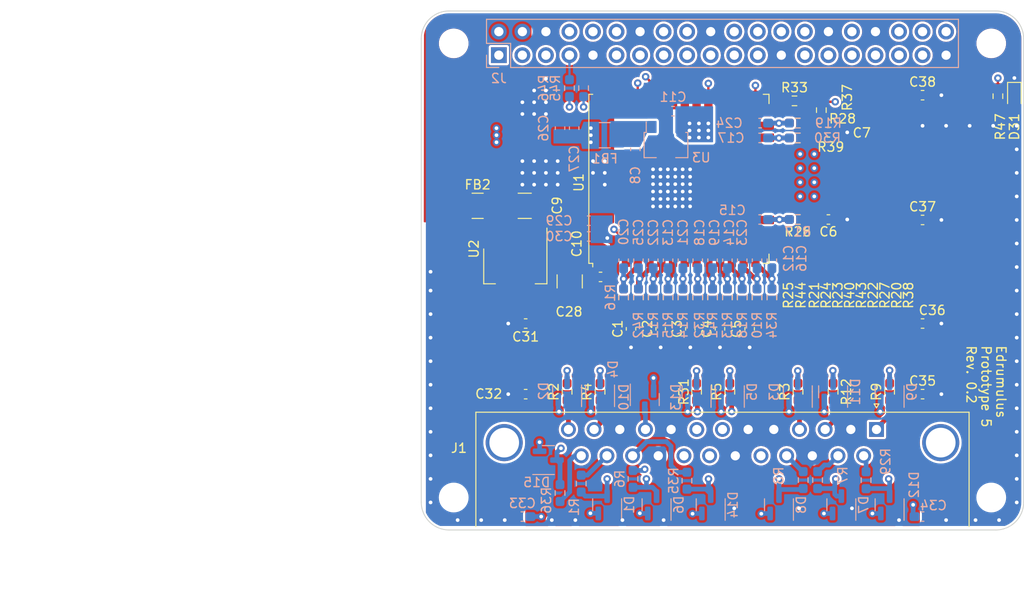
<source format=kicad_pcb>
(kicad_pcb (version 20211014) (generator pcbnew)
  (title_block (date "15 nov 2012"))
  (layers (0 "F.Cu" signal) (1 "In1.Cu" signal) (2 "In2.Cu" signal) (31 "B.Cu" signal) (34 "B.Paste" user) (35 "F.Paste" user) (36 "B.SilkS" user "B.Silkscreen") (37 "F.SilkS" user "F.Silkscreen") (38 "B.Mask" user) (39 "F.Mask" user) (44 "Edge.Cuts" user))
  (net 0 "")
  (net 1 "GND")
  (net 2 "GPIO35")
  (net 3 "GPIO36")
  (net 4 "GPIO26")
  (net 5 "GPIO32")
  (net 6 "GPIO14")
  (net 7 "GPIO34")
  (net 8 "GPIO13")
  (net 9 "GPIO27")
  (net 10 "3V3")
  (net 11 "GPIO33")
  (net 12 "GPIO15")
  (net 13 "GPIO39")
  (net 14 "GPIO12")
  (net 15 "HI-HAT-CONTROL-TIP")
  (net 16 "RASPI-VIN")
  (net 17 "RIDE-TIP")
  (net 18 "RIDE-RING")
  (net 20 "TOM3-TIP")
  (net 22 "TOM2-TIP")
  (net 23 "ESP32-3V3")
  (net 24 "TOM1-TIP")
  (net 25 "CRASH1-RING")
  (net 26 "CRASH1-TIP")
  (net 27 "HI-HAT-RING")
  (net 28 "HI-HAT-TIP")
  (net 29 "SNARE-RING")
  (net 30 "SNARE-TIP")
  (net 31 "KICK-TIP")
  (net 32 "PI-GPIO4")
  (net 33 "PI-GPIO9")
  (net 34 "ESP-UART0-TX")
  (net 35 "ESP-UART0-RX")
  (net 36 "GPIO25")
  (net 42 "Net-(R47-Pad1)")
  (net 43 "GPIO2")
  (net 44 "GPIO4")
  (net 45 "Net-(D31-Pad2)")
  (net 46 "TOM1-RING")
  (net 47 "RIDE-BELL-TIP")
  (net 57 "Net-(C8-Pad1)")
  (net 58 "Net-(C9-Pad1)")
  (footprint "Connector_Dsub:DSUB-25_Female_Horizontal_P2.77x2.84mm_EdgePinOffset7.70mm_Housed_MountingHolesOffset9.12mm" (layer "F.Cu") (at 218.55 167.386)
    (fp_text reference "J1")
    (fp_text value "Trigger Connector" hide)
  )
  (footprint "Resistor_SMD:R_0603_1608Metric_Pad0.98x0.95mm_HandSolder" (layer "F.Cu") (at 185.166 163.322 90)
    (fp_text reference "R2")
    (fp_text value "100k" hide)
  )
  (footprint "Resistor_SMD:R_0603_1608Metric_Pad0.98x0.95mm_HandSolder" (layer "F.Cu") (at 210.0834 163.322 90)
    (fp_text reference "R3")
    (fp_text value "100k" hide)
  )
  (footprint "Resistor_SMD:R_0603_1608Metric_Pad0.98x0.95mm_HandSolder" (layer "F.Cu") (at 188.722 163.322 90)
    (fp_text reference "R4")
    (fp_text value "100k" hide)
  )
  (footprint "Resistor_SMD:R_0603_1608Metric_Pad0.98x0.95mm_HandSolder" (layer "F.Cu") (at 202.725 163.322 90)
    (fp_text reference "R5")
    (fp_text value "100k" hide)
  )
  (footprint "Resistor_SMD:R_0603_1608Metric_Pad0.98x0.95mm_HandSolder" (layer "F.Cu") (at 205.662 153.13 90)
    (fp_text reference "R20")
    (fp_text value "22k" hide)
  )
  (footprint "Resistor_SMD:R_0603_1608Metric_Pad0.98x0.95mm_HandSolder" (layer "F.Cu") (at 194.462 153.13 90)
    (fp_text reference "R21")
    (fp_text value "22k" hide)
  )
  (footprint "Resistor_SMD:R_0603_1608Metric_Pad0.98x0.95mm_HandSolder" (layer "F.Cu") (at 202.462 153.13 90)
    (fp_text reference "R22")
    (fp_text value "22k" hide)
  )
  (footprint "Resistor_SMD:R_0603_1608Metric_Pad0.98x0.95mm_HandSolder" (layer "F.Cu") (at 196.062 153.13 90)
    (fp_text reference "R24")
    (fp_text value "22k" hide)
  )
  (footprint "Resistor_SMD:R_0603_1608Metric_Pad0.98x0.95mm_HandSolder" (layer "F.Cu") (at 191.262 153.13 90)
    (fp_text reference "R25")
    (fp_text value "22k" hide)
  )
  (footprint "Resistor_SMD:R_0603_1608Metric_Pad0.98x0.95mm_HandSolder" (layer "F.Cu") (at 210.058 144.73 180)
    (fp_text reference "R26")
    (fp_text value "22k" hide)
  )
  (footprint "Resistor_SMD:R_0603_1608Metric_Pad0.98x0.95mm_HandSolder" (layer "F.Cu") (at 204.062 153.13 90)
    (fp_text reference "R27")
    (fp_text value "22k" hide)
  )
  (footprint "Resistor_SMD:R_0603_1608Metric_Pad0.98x0.95mm_HandSolder" (layer "F.Cu") (at 210.058 134.33 180)
    (fp_text reference "R28")
    (fp_text value "22k" hide)
  )
  (footprint "Resistor_SMD:R_0603_1608Metric_Pad0.98x0.95mm_HandSolder" (layer "F.Cu") (at 199.136 163.322 -90)
    (fp_text reference "R31")
    (fp_text value "100k" hide)
  )
  (footprint "Resistor_SMD:R_0603_1608Metric_Pad0.98x0.95mm_HandSolder" (layer "F.Cu") (at 219.964 163.322 90)
    (fp_text reference "R9")
    (fp_text value "100k" hide)
  )
  (footprint "Resistor_SMD:R_0603_1608Metric_Pad0.98x0.95mm_HandSolder" (layer "F.Cu") (at 197.662 153.13 90)
    (fp_text reference "R23")
    (fp_text value "22k" hide)
  )
  (footprint "Resistor_SMD:R_0603_1608Metric_Pad0.98x0.95mm_HandSolder" (layer "F.Cu") (at 213.868 163.322 -90)
    (fp_text reference "R12")
    (fp_text value "100k" hide)
  )
  (footprint "Resistor_SMD:R_0603_1608Metric_Pad0.98x0.95mm_HandSolder" (layer "F.Cu") (at 199.262 153.13 90)
    (fp_text reference "R40")
    (fp_text value "22k" hide)
  )
  (footprint "Resistor_SMD:R_0603_1608Metric_Pad0.98x0.95mm_HandSolder" (layer "F.Cu") (at 209.7 131.93)
    (fp_text reference "R33")
    (fp_text value "10k" hide)
  )
  (footprint "Resistor_SMD:R_0603_1608Metric_Pad0.98x0.95mm_HandSolder" (layer "F.Cu") (at 212.598 132.93 90)
    (fp_text reference "R37")
    (fp_text value "10k" hide)
  )
  (footprint "RF_Module:ESP32-WROOM-32U" (layer "F.Cu") (at 197.231 140.344 90)
    (fp_text reference "U1")
    (fp_text value "ESP32-WROOM-32U" hide)
  )
  (footprint "Capacitor_SMD:C_0603_1608Metric_Pad1.08x0.95mm_HandSolder" (layer "F.Cu") (at 223.52 163.576)
    (fp_text reference "C35")
    (fp_text value "100n" hide)
  )
  (footprint "Capacitor_SMD:C_0603_1608Metric_Pad1.08x0.95mm_HandSolder" (layer "F.Cu") (at 198.462 156.53 90)
    (fp_text reference "C3")
    (fp_text value "100n" hide)
  )
  (footprint "Capacitor_SMD:C_0603_1608Metric_Pad1.08x0.95mm_HandSolder" (layer "F.Cu") (at 213.36 135.33 180)
    (fp_text reference "C7")
    (fp_text value "100n" hide)
  )
  (footprint "MountingHole:MountingHole_2.7mm_M2.5" (layer "F.Cu") (at 230.93 174.73)
    (fp_text reference "MH4" hide)
    (fp_text value "MountingHole_2.7mm_M2.5" hide)
  )
  (footprint "Inductor_SMD:L_1210_3225Metric_Pad1.42x2.65mm_HandSolder" (layer "F.Cu") (at 175.514 143.256)
    (fp_text reference "FB2")
    (fp_text value "FerriteBead" hide)
  )
  (footprint "MountingHole:MountingHole_2.7mm_M2.5" (layer "F.Cu") (at 172.93 174.73)
    (fp_text reference "MH3" hide)
    (fp_text value "MountingHole_2.7mm_M2.5" hide)
  )
  (footprint "Capacitor_SMD:C_0603_1608Metric_Pad1.08x0.95mm_HandSolder" (layer "F.Cu") (at 204.862 156.53 90)
    (fp_text reference "C5")
    (fp_text value "100n" hide)
  )
  (footprint "Resistor_SMD:R_0603_1608Metric_Pad0.98x0.95mm_HandSolder" (layer "F.Cu") (at 210.058 135.93 180)
    (fp_text reference "R39")
    (fp_text value "22k" hide)
  )
  (footprint "LED_SMD:LED_0603_1608Metric" (layer "F.Cu") (at 233.428 131.425 -90)
    (fp_text reference "D31")
    (fp_text value "BOARD-LED" hide)
  )
  (footprint "Resistor_SMD:R_0603_1608Metric_Pad0.98x0.95mm_HandSolder" (layer "F.Cu") (at 207.262 153.13 90)
    (fp_text reference "R38")
    (fp_text value "22k" hide)
  )
  (footprint "Resistor_SMD:R_0603_1608Metric_Pad0.98x0.95mm_HandSolder" (layer "F.Cu") (at 200.862 153.13 90)
    (fp_text reference "R43")
    (fp_text value "22k" hide)
  )
  (footprint "Capacitor_SMD:C_1210_3225Metric_Pad1.33x2.70mm_HandSolder" (layer "F.Cu") (at 180.594 143.256)
    (fp_text reference "C9")
    (fp_text value "22µ" hide)
  )
  (footprint "MountingHole:MountingHole_2.7mm_M2.5" (layer "F.Cu") (at 230.93 125.73)
    (fp_text reference "MH2" hide)
    (fp_text value "MountingHole_2.7mm_M2.5" hide)
  )
  (footprint "Capacitor_SMD:C_0603_1608Metric_Pad1.08x0.95mm_HandSolder" (layer "F.Cu") (at 192.062 156.53 90)
    (fp_text reference "C1")
    (fp_text value "100n" hide)
  )
  (footprint "Capacitor_SMD:C_0603_1608Metric_Pad1.08x0.95mm_HandSolder" (layer "F.Cu") (at 223.52 144.78)
    (fp_text reference "C37")
    (fp_text value "100n" hide)
  )
  (footprint "Capacitor_SMD:C_1210_3225Metric_Pad1.33x2.70mm_HandSolder" (layer "F.Cu") (at 185.4454 151.4094 90)
    (fp_text reference "C10")
    (fp_text value "22µ" hide)
  )
  (footprint "Capacitor_SMD:C_0603_1608Metric_Pad1.08x0.95mm_HandSolder" (layer "F.Cu") (at 223.52 131.318)
    (fp_text reference "C38")
    (fp_text value "100n" hide)
  )
  (footprint "Capacitor_SMD:C_0603_1608Metric_Pad1.08x0.95mm_HandSolder" (layer "F.Cu") (at 213.36 144.73 180)
    (fp_text reference "C6")
    (fp_text value "100n" hide)
  )
  (footprint "Package_TO_SOT_SMD:SOT-223-3_TabPin2" (layer "F.Cu") (at 179.578 149.758 -90)
    (fp_text reference "U2")
    (fp_text value "AMS1117-3.3" hide)
  )
  (footprint "Capacitor_SMD:C_0603_1608Metric_Pad1.08x0.95mm_HandSolder" (layer "F.Cu") (at 223.52 155.956)
    (fp_text reference "C36")
    (fp_text value "100n" hide)
  )
  (footprint "Capacitor_SMD:C_0603_1608Metric_Pad1.08x0.95mm_HandSolder" (layer "F.Cu") (at 195.262 156.53 90)
    (fp_text reference "C2")
    (fp_text value "100n" hide)
  )
  (footprint "Resistor_SMD:R_0603_1608Metric_Pad0.98x0.95mm_HandSolder" (layer "F.Cu") (at 231.65 131.425 -90)
    (fp_text reference "R47")
    (fp_text value "470" hide)
  )
  (footprint "Capacitor_SMD:C_0603_1608Metric_Pad1.08x0.95mm_HandSolder" (layer "F.Cu") (at 188.7728 150.9268 180)
    (fp_text reference "C28")
    (fp_text value "1µ" hide)
  )
  (footprint "Resistor_SMD:R_0603_1608Metric_Pad0.98x0.95mm_HandSolder" (layer "F.Cu") (at 192.862 153.13 90)
    (fp_text reference "R44")
    (fp_text value "22k" hide)
  )
  (footprint "Capacitor_SMD:C_0603_1608Metric_Pad1.08x0.95mm_HandSolder" (layer "F.Cu") (at 180.6945 155.956 180)
    (fp_text reference "C31")
    (fp_text value "100n" hide)
  )
  (footprint "Capacitor_SMD:C_0603_1608Metric_Pad1.08x0.95mm_HandSolder" (layer "F.Cu") (at 201.662 156.53 90)
    (fp_text reference "C4")
    (fp_text value "100n" hide)
  )
  (footprint "MountingHole:MountingHole_2.7mm_M2.5" (layer "F.Cu") (at 172.93 125.73)
    (fp_text reference "MH1" hide)
    (fp_text value "MountingHole_2.7mm_M2.5" hide)
  )
  (footprint "Capacitor_SMD:C_0603_1608Metric_Pad1.08x0.95mm_HandSolder" (layer "F.Cu") (at 180.6945 163.576 180)
    (fp_text reference "C32")
    (fp_text value "100n" hide)
  )
  (footprint "Package_TO_SOT_SMD:SOT-23" (layer "B.Cu") (at 189.484 175.514 90)
    (fp_text reference "D1")
    (fp_text value "BAV99" hide)
  )
  (footprint "Package_TO_SOT_SMD:SOT-23" (layer "B.Cu") (at 185.166 163.2435 90)
    (fp_text reference "D2")
    (fp_text value "BAV99" hide)
  )
  (footprint "Package_TO_SOT_SMD:SOT-23" (layer "B.Cu") (at 210.058 163.322 90)
    (fp_text reference "D3")
    (fp_text value "BAV99" hide)
  )
  (footprint "Package_TO_SOT_SMD:SOT-23" (layer "B.Cu") (at 188.722 163.2435 90)
    (fp_text reference "D4")
    (fp_text value "BAV99" hide)
  )
  (footprint "Package_TO_SOT_SMD:SOT-23" (layer "B.Cu") (at 202.725 163.322 90)
    (fp_text reference "D5")
    (fp_text value "BAV99" hide)
  )
  (footprint "Package_TO_SOT_SMD:SOT-23" (layer "B.Cu") (at 194.818 175.514 90)
    (fp_text reference "D6")
    (fp_text value "BAV99" hide)
  )
  (footprint "Package_TO_SOT_SMD:SOT-23" (layer "B.Cu") (at 214.757 175.514 90)
    (fp_text reference "D7")
    (fp_text value "BAV99" hide)
  )
  (footprint "Package_TO_SOT_SMD:SOT-23" (layer "B.Cu") (at 208.026 175.514 90)
    (fp_text reference "D8")
    (fp_text value "BAV99" hide)
  )
  (footprint "Package_TO_SOT_SMD:SOT-23" (layer "B.Cu") (at 193.548 164.1625 -90)
    (fp_text reference "D10")
    (fp_text value "BAV99" hide)
  )
  (footprint "Package_TO_SOT_SMD:SOT-23" (layer "B.Cu") (at 213.868 163.322 90)
    (fp_text reference "D11")
    (fp_text value "BAV99" hide)
  )
  (footprint "Package_TO_SOT_SMD:SOT-23" (layer "B.Cu") (at 219.964 175.514 90)
    (fp_text reference "D12")
    (fp_text value "BAV99" hide)
  )
  (footprint "Package_TO_SOT_SMD:SOT-23" (layer "B.Cu") (at 199.136 163.322 90)
    (fp_text reference "D13")
    (fp_text value "BAV99" hide)
  )
  (footprint "Package_TO_SOT_SMD:SOT-23" (layer "B.Cu") (at 200.66 175.514 90)
    (fp_text reference "D14")
    (fp_text value "BAV99" hide)
  )
  (footprint "Package_TO_SOT_SMD:SOT-23" (layer "B.Cu") (at 183.134 170.688)
    (fp_text reference "D15")
    (fp_text value "BAV99" hide)
  )
  (footprint "Package_TO_SOT_SMD:SOT-23" (layer "B.Cu") (at 219.964 163.322 90)
    (fp_text reference "D9")
    (fp_text value "BAV99" hide)
  )
  (footprint "Resistor_SMD:R_0603_1608Metric_Pad0.98x0.95mm_HandSolder" (layer "B.Cu") (at 186.69 173.228 -90)
    (fp_text reference "R1")
    (fp_text value "100k" hide)
  )
  (footprint "Resistor_SMD:R_0603_1608Metric_Pad0.98x0.95mm_HandSolder" (layer "B.Cu") (at 192.278 172.72 -90)
    (fp_text reference "R6")
    (fp_text value "100k" hide)
  )
  (footprint "Resistor_SMD:R_0603_1608Metric_Pad0.98x0.95mm_HandSolder" (layer "B.Cu") (at 212.1916 172.847 -90)
    (fp_text reference "R7")
    (fp_text value "100k" hide)
  )
  (footprint "Resistor_SMD:R_0603_1608Metric_Pad0.98x0.95mm_HandSolder" (layer "B.Cu") (at 210.6422 172.847 -90)
    (fp_text reference "R8")
    (fp_text value "100k" hide)
  )
  (footprint "Resistor_SMD:R_0603_1608Metric_Pad0.98x0.95mm_HandSolder" (layer "B.Cu") (at 196.062 153.13 -90)
    (fp_text reference "R15")
    (fp_text value "22k" hide)
  )
  (footprint "Resistor_SMD:R_0603_1608Metric_Pad0.98x0.95mm_HandSolder" (layer "B.Cu") (at 191.262 153.13 -90)
    (fp_text reference "R16")
    (fp_text value "22k" hide)
  )
  (footprint "Resistor_SMD:R_0603_1608Metric_Pad0.98x0.95mm_HandSolder" (layer "B.Cu") (at 210.058 144.73)
    (fp_text reference "R17")
    (fp_text value "22k" hide)
  )
  (footprint "Resistor_SMD:R_0603_1608Metric_Pad0.98x0.95mm_HandSolder" (layer "B.Cu") (at 204.062 153.13 -90)
    (fp_text reference "R18")
    (fp_text value "22k" hide)
  )
  (footprint "Resistor_SMD:R_0603_1608Metric_Pad0.98x0.95mm_HandSolder" (layer "B.Cu") (at 210.058 134.33)
    (fp_text reference "R19")
    (fp_text value "22k" hide)
  )
  (footprint "Resistor_SMD:R_0603_1608Metric_Pad0.98x0.95mm_HandSolder" (layer "B.Cu") (at 217.424 172.86 90)
    (fp_text reference "R29")
    (fp_text value "100k" hide)
  )
  (footprint "Resistor_SMD:R_0603_1608Metric_Pad0.98x0.95mm_HandSolder" (layer "B.Cu") (at 210.058 135.93)
    (fp_text reference "R30")
    (fp_text value "22k" hide)
  )
  (footprint "Resistor_SMD:R_0603_1608Metric_Pad0.98x0.95mm_HandSolder" (layer "B.Cu") (at 197.662 153.13 -90)
    (fp_text reference "R14")
    (fp_text value "22k" hide)
  )
  (footprint "Resistor_SMD:R_0603_1608Metric_Pad0.98x0.95mm_HandSolder" (layer "B.Cu") (at 199.262 153.13 -90)
    (fp_text reference "R32")
    (fp_text value "22k" hide)
  )
  (footprint "Resistor_SMD:R_0603_1608Metric_Pad0.98x0.95mm_HandSolder" (layer "B.Cu") (at 184.404 174.244 90)
    (fp_text reference "R36")
    (fp_text value "100k" hide)
  )
  (footprint "Resistor_SMD:R_0603_1608Metric_Pad0.98x0.95mm_HandSolder" (layer "B.Cu") (at 207.262 153.13 -90)
    (fp_text reference "R34")
    (fp_text value "22k" hide)
  )
  (footprint "Resistor_SMD:R_0603_1608Metric_Pad0.98x0.95mm_HandSolder" (layer "B.Cu") (at 202.462 153.13 -90)
    (fp_text reference "R13")
    (fp_text value "22k" hide)
  )
  (footprint "Resistor_SMD:R_0603_1608Metric_Pad0.98x0.95mm_HandSolder" (layer "B.Cu") (at 198.0946 172.914 -90)
    (fp_text reference "R35")
    (fp_text value "100k" hide)
  )
  (footprint "Resistor_SMD:R_0603_1608Metric_Pad0.98x0.95mm_HandSolder" (layer "B.Cu") (at 205.662 153.13 -90)
    (fp_text reference "R10")
    (fp_text value "22k" hide)
  )
  (footprint "Resistor_SMD:R_0603_1608Metric_Pad0.98x0.95mm_HandSolder" (layer "B.Cu") (at 194.462 153.13 -90)
    (fp_text reference "R11")
    (fp_text value "22k" hide)
  )
  (footprint "Capacitor_SMD:C_0603_1608Metric_Pad1.08x0.95mm_HandSolder" (layer "B.Cu") (at 192.862 149.13 90)
    (fp_text reference "C25")
    (fp_text value "2n2" hide)
  )
  (footprint "Capacitor_SMD:C_0603_1608Metric_Pad1.08x0.95mm_HandSolder" (layer "B.Cu") (at 184.404 134.874 90)
    (fp_text reference "C26")
    (fp_text value "1µ" hide)
  )
  (footprint "Package_TO_SOT_SMD:SOT-89-3" (layer "B.Cu") (at 195.834 136.398 -90)
    (fp_text reference "U3")
    (fp_text value "MCP1754S-3302xMB" hide)
  )
  (footprint "Inductor_SMD:L_1210_3225Metric_Pad1.42x2.65mm_HandSolder" (layer "B.Cu") (at 189.23 135.636)
    (fp_text reference "FB1")
    (fp_text value "FerriteBead" hide)
  )
  (footprint "Connector_PinSocket_2.54mm:PinSocket_2x20_P2.54mm_Vertical" (layer "B.Cu") (at 177.8 127 -90)
    (fp_text reference "J2")
    (fp_text value "Raspberry Pi GPIO pins" hide)
  )
  (footprint "Capacitor_SMD:C_0603_1608Metric_Pad1.08x0.95mm_HandSolder" (layer "B.Cu") (at 199.262 149.13 90)
    (fp_text reference "C18")
    (fp_text value "2n2" hide)
  )
  (footprint "Capacitor_SMD:C_0603_1608Metric_Pad1.08x0.95mm_HandSolder" (layer "B.Cu") (at 192.532 137.16 -90)
    (fp_text reference "C8")
    (fp_text value "1µ" hide)
  )
  (footprint "Capacitor_SMD:C_0603_1608Metric_Pad1.08x0.95mm_HandSolder" (layer "B.Cu") (at 223.52 176.784)
    (fp_text reference "C34")
    (fp_text value "100n" hide)
  )
  (footprint "Resistor_SMD:R_0603_1608Metric_Pad0.98x0.95mm_HandSolder" (layer "B.Cu") (at 185.42 130.556 90)
    (fp_text reference "R46")
    (fp_text value "10k" hide)
  )
  (footprint "Capacitor_SMD:C_0603_1608Metric_Pad1.08x0.95mm_HandSolder" (layer "B.Cu") (at 204.062 149.13 90)
    (fp_text reference "C23")
    (fp_text value "2n2" hide)
  )
  (footprint "Capacitor_SMD:C_0603_1608Metric_Pad1.08x0.95mm_HandSolder" (layer "B.Cu") (at 191.262 149.13 90)
    (fp_text reference "C20")
    (fp_text value "2n2" hide)
  )
  (footprint "Capacitor_SMD:C_0603_1608Metric_Pad1.08x0.95mm_HandSolder" (layer "B.Cu") (at 196.062 149.13 90)
    (fp_text reference "C13")
    (fp_text value "2n2" hide)
  )
  (footprint "Capacitor_SMD:C_0603_1608Metric_Pad1.08x0.95mm_HandSolder" (layer "B.Cu") (at 194.462 149.13 90)
    (fp_text reference "C22")
    (fp_text value "2n2" hide)
  )
  (footprint "Capacitor_SMD:C_0603_1608Metric_Pad1.08x0.95mm_HandSolder" (layer "B.Cu") (at 202.462 149.13 90)
    (fp_text reference "C14")
    (fp_text value "2n2" hide)
  )
  (footprint "Resistor_SMD:R_0603_1608Metric_Pad0.98x0.95mm_HandSolder" (layer "B.Cu") (at 192.862 153.13 -90)
    (fp_text reference "R42")
    (fp_text value "22k" hide)
  )
  (footprint "Capacitor_SMD:C_0603_1608Metric_Pad1.08x0.95mm_HandSolder" (layer "B.Cu") (at 187.5 144.86 180)
    (fp_text reference "C29")
    (fp_text value "100n" hide)
  )
  (footprint "Capacitor_SMD:C_0603_1608Metric_Pad1.08x0.95mm_HandSolder" (layer "B.Cu") (at 187.5 146.558 180)
    (fp_text reference "C30")
    (fp_text value "10n" hide)
  )
  (footprint "Capacitor_SMD:C_0603_1608Metric_Pad1.08x0.95mm_HandSolder" (layer "B.Cu") (at 196.596 133.0452 180)
    (fp_text reference "C11")
    (fp_text value "1µ" hide)
  )
  (footprint "Capacitor_SMD:C_0603_1608Metric_Pad1.08x0.95mm_HandSolder" (layer "B.Cu") (at 205.994 134.33 180)
    (fp_text reference "C24")
    (fp_text value "2n2" hide)
  )
  (footprint "Capacitor_SMD:C_0603_1608Metric_Pad1.08x0.95mm_HandSolder" (layer "B.Cu") (at 207.262 149.13 90)
    (fp_text reference "C16")
    (fp_text value "2n2" hide)
  )
  (footprint "Resistor_SMD:R_0603_1608Metric_Pad0.98x0.95mm_HandSolder" (layer "B.Cu") (at 200.862 153.13 -90)
    (fp_text reference "R41")
    (fp_text value "22k" hide)
  )
  (footprint "Capacitor_SMD:C_0603_1608Metric_Pad1.08x0.95mm_HandSolder" (layer "B.Cu") (at 205.994 135.93 180)
    (fp_text reference "C17")
    (fp_text value "2n2" hide)
  )
  (footprint "Capacitor_SMD:C_0603_1608Metric_Pad1.08x0.95mm_HandSolder" (layer "B.Cu") (at 205.994 144.73 180)
    (fp_text reference "C15")
    (fp_text value "2n2" hide)
  )
  (footprint "Capacitor_SMD:C_0603_1608Metric_Pad1.08x0.95mm_HandSolder" (layer "B.Cu") (at 197.662 149.13 90)
    (fp_text reference "C21")
    (fp_text value "2n2" hide)
  )
  (footprint "Resistor_SMD:R_0603_1608Metric_Pad0.98x0.95mm_HandSolder" (layer "B.Cu") (at 186.944 130.556 -90)
    (fp_text reference "R45")
    (fp_text value "10k" hide)
  )
  (footprint "Capacitor_SMD:C_0603_1608Metric_Pad1.08x0.95mm_HandSolder" (layer "B.Cu") (at 205.662 149.13 90)
    (fp_text reference "C12")
    (fp_text value "2n2" hide)
  )
  (footprint "Capacitor_SMD:C_0603_1608Metric_Pad1.08x0.95mm_HandSolder" (layer "B.Cu") (at 185.928 134.874 90)
    (fp_text reference "C27")
    (fp_text value "22µ" hide)
  )
  (footprint "Capacitor_SMD:C_0603_1608Metric_Pad1.08x0.95mm_HandSolder" (layer "B.Cu") (at 180.34 176.784 180)
    (fp_text reference "C33")
    (fp_text value "100n" hide)
  )
  (footprint "Capacitor_SMD:C_0603_1608Metric_Pad1.08x0.95mm_HandSolder" (layer "B.Cu") (at 200.862 149.13 90)
    (fp_text reference "C19")
    (fp_text value "2n2" hide)
  )
  (gr_line locked (start 172.43 178.23) (end 231.43 178.23) (layer "Edge.Cuts") (width 0.1))
  (gr_line locked (start 231.43 122.23) (end 172.43 122.23) (layer "Edge.Cuts") (width 0.1))
  (gr_arc locked (start 231.43 122.23) (mid 233.55132 123.10868) (end 234.43 125.23) (layer "Edge.Cuts") (width 0.1))
  (gr_arc locked (start 172.43 178.23) (mid 170.30868 177.35132) (end 169.43 175.23) (layer "Edge.Cuts") (width 0.1))
  (gr_arc locked (start 234.43 175.23) (mid 233.55132 177.35132) (end 231.43 178.23) (layer "Edge.Cuts") (width 0.1))
  (gr_line locked (start 234.43 175.23) (end 234.43 125.23) (layer "Edge.Cuts") (width 0.1))
  (gr_line locked (start 169.43 125.23) (end 169.43 175.23) (layer "Edge.Cuts") (width 0.1))
  (gr_arc locked (start 169.43 125.23) (mid 170.30868 123.10868) (end 172.43 122.23) (layer "Edge.Cuts") (width 0.1))
  (gr_text "Edrumulus\nPrototype 5\nRev. 0.2" (at 230.378 158.242 270) (layer "F.SilkS") (effects (font (size 1 1)) (justify left)))
  (segment (start 204.862 158.53) (end 204.862 157.3925) (width 0.508) (layer "F.Cu") (net 1))
  (segment (start 198.462 158.53) (end 198.462 157.3925) (width 0.508) (layer "F.Cu") (net 1))
  (segment (start 195.262 158.53) (end 195.262 157.3925) (width 0.508) (layer "F.Cu") (net 1))
  (segment (start 201.662 158.53) (end 201.662 157.3925) (width 0.508) (layer "F.Cu") (net 1))
  (segment (start 179.832 155.956) (end 178.816 155.956) (width 0.508) (layer "F.Cu") (net 1))
  (segment (start 224.3825 144.78) (end 225.552 144.78) (width 0.508) (layer "F.Cu") (net 1))
  (segment (start 192.062 158.53) (end 192.062 157.3925) (width 0.508) (layer "F.Cu") (net 1))
  (segment (start 224.3825 155.956) (end 225.552 155.956) (width 0.508) (layer "F.Cu") (net 1))
  (segment (start 215.392 135.33) (end 214.2225 135.33) (width 0.508) (layer "F.Cu") (net 1))
  (segment (start 224.3825 131.318) (end 225.552 131.318) (width 0.508) (layer "F.Cu") (net 1))
  (segment (start 224.3825 163.576) (end 225.552 163.576) (width 0.508) (layer "F.Cu") (net 1))
  (segment (start 215.392 144.73) (end 214.2225 144.73) (width 0.508) (layer "F.Cu") (net 1))
  (segment (start 179.832 163.576) (end 178.816 163.576) (width 0.508) (layer "F.Cu") (net 1))
  (via (at 198.437 142.519) (size 0.8) (drill 0.4) (layers "F.Cu" "B.Cu") (net 1))
  (via (at 233.68 170.18) (size 0.8) (drill 0.4) (layers "F.Cu" "B.Cu") (net 1))
  (via (at 195.237 140.119) (size 0.8) (drill 0.4) (layers "F.Cu" "B.Cu") (net 1))
  (via (at 186.055 177.165) (size 0.8) (drill 0.4) (layers "F.Cu" "B.Cu") (net 1))
  (via (at 195.237 141.719) (size 0.8) (drill 0.4) (layers "F.Cu" "B.Cu") (net 1))
  (via (at 233.68 165.1) (size 0.8) (drill 0.4) (layers "F.Cu" "B.Cu") (net 1))
  (via (at 170.434 152.4) (size 0.8) (drill 0.4) (layers "F.Cu" "B.Cu") (net 1))
  (via (at 182.88 140.97) (size 0.8) (drill 0.4) (layers "F.Cu" "B.Cu") (net 1))
  (via (at 233.68 167.64) (size 0.8) (drill 0.4) (layers "F.Cu" "B.Cu") (net 1))
  (via (at 228.6 134.62) (size 0.8) (drill 0.4) (layers "F.Cu" "B.Cu") (net 1))
  (via (at 196.837 140.119) (size 0.8) (drill 0.4) (layers "F.Cu" "B.Cu") (net 1))
  (via (at 189.23 139.7) (size 0.8) (drill 0.4) (layers "F.Cu" "B.Cu") (net 1))
  (via (at 181.61 138.43) (size 0.8) (drill 0.4) (layers "F.Cu" "B.Cu") (net 1))
  (via (at 170.434 170.18) (size 0.8) (drill 0.4) (layers "F.Cu" "B.Cu") (net 1))
  (via (at 197.637 142.519) (size 0.8) (drill 0.4) (layers "F.Cu" "B.Cu") (net 1))
  (via (at 215.392 135.33) (size 0.8) (drill 0.4) (layers "F.Cu" "B.Cu") (net 1))
  (via (at 170.434 150.368) (size 0.8) (drill 0.4) (layers "F.Cu" "B.Cu") (net 1))
  (via (at 233.68 139.7) (size 0.8) (drill 0.4) (layers "F.Cu" "B.Cu") (net 1))
  (via (at 196.037 143.319) (size 0.8) (drill 0.4) (layers "F.Cu" "B.Cu") (net 1))
  (via (at 181.61 139.7) (size 0.8) (drill 0.4) (layers "F.Cu" "B.Cu") (net 1))
  (via (at 173.355 177.165) (size 0.8) (drill 0.4) (layers "F.Cu" "B.Cu") (net 1))
  (via (at 233.68 137.16) (size 0.8) (drill 0.4) (layers "F.Cu" "B.Cu") (net 1))
  (via (at 201.662 158.53) (size 0.8) (drill 0.4) (layers "F.Cu" "B.Cu") (net 1))
  (via (at 180.34 140.97) (size 0.8) (drill 0.4) (layers "F.Cu" "B.Cu") (net 1))
  (via (at 180.34 138.43) (size 0.8) (drill 0.4) (layers "F.Cu" "B.Cu") (net 1))
  (via (at 225.552 131.318) (size 0.8) (drill 0.4) (layers "F.Cu" "B.Cu") (net 1))
  (via (at 233.68 144.78) (size 0.8) (drill 0.4) (layers "F.Cu" "B.Cu") (net 1))
  (via (at 196.837 139.319) (size 0.8) (drill 0.4) (layers "F.Cu" "B.Cu") (net 1))
  (via (at 233.68 157.48) (size 0.8) (drill 0.4) (layers "F.Cu" "B.Cu") (net 1))
  (via (at 196.837 143.319) (size 0.8) (drill 0.4) (layers "F.Cu" "B.Cu") (net 1))
  (via (at 194.437 141.719) (size 0.8) (drill 0.4) (layers "F.Cu" "B.Cu") (net 1))
  (via (at 226.06 177.165) (size 0.8) (drill 0.4) (layers "F.Cu" "B.Cu") (net 1))
  (via (at 184.15 140.97) (size 0.8) (drill 0.4) (layers "F.Cu" "B.Cu") (net 1))
  (via (at 225.552 163.576) (size 0.8) (drill 0.4) (layers "F.Cu" "B.Cu") (net 1))
  (via (at 195.237 140.919) (size 0.8) (drill 0.4) (layers "F.Cu" "B.Cu") (net 1))
  (via (at 233.68 172.72) (size 0.8) (drill 0.4) (layers "F.Cu" "B.Cu") (net 1))
  (via (at 182.88 133.35) (size 0.8) (drill 0.4) (layers "F.Cu" "B.Cu") (net 1))
  (via (at 233.68 160.02) (size 0.8) (drill 0.4) (layers "F.Cu" "B.Cu") (net 1))
  (via (at 233.68 149.86) (size 0.8) (drill 0.4) (layers "F.Cu" "B.Cu") (net 1))
  (via (at 194.437 140.919) (size 0.8) (drill 0.4) (layers "F.Cu" "B.Cu") (net 1))
  (via (at 170.434 175.26) (size 0.8) (drill 0.4) (layers "F.Cu" "B.Cu") (net 1))
  (via (at 225.552 155.956) (size 0.8) (drill 0.4) (layers "F.Cu" "B.Cu") (net 1))
  (via (at 198.437 140.919) (size 0.8) (drill 0.4) (layers "F.Cu" "B.Cu") (net 1))
  (via (at 231.14 134.62) (size 0.8) (drill 0.4) (layers "F.Cu" "B.Cu") (net 1))
  (via (at 189.23 140.97) (size 0.8) (drill 0.4) (layers "F.Cu" "B.Cu") (net 1))
  (via (at 189.23 138.43) (size 0.8) (drill 0.4) (layers "F.Cu" "B.Cu") (net 1))
  (via (at 178.435 177.165) (size 0.8) (drill 0.4) (layers "F.Cu" "B.Cu") (net 1))
  (via (at 196.037 141.719) (size 0.8) (drill 0.4) (layers "F.Cu" "B.Cu") (net 1))
  (via (at 194.437 143.319) (size 0.8) (drill 0.4) (layers "F.Cu" "B.Cu") (net 1))
  (via (at 170.434 172.72) (size 0.8) (drill 0.4) (layers "F.Cu" "B.Cu") (net 1))
  (via (at 195.58 177.165) (size 0.8) (drill 0.4) (layers "F.Cu" "B.Cu") (net 1))
  (via (at 196.037 142.519) (size 0.8) (drill 0.4) (layers "F.Cu" "B.Cu") (net 1))
  (via (at 178.816 163.576) (size 0.8) (drill 0.4) (layers "F.Cu" "B.Cu") (net 1))
  (via (at 195.237 139.319) (size 0.8) (drill 0.4) (layers "F.Cu" "B.Cu") (net 1))
  (via (at 175.895 177.165) (size 0.8) (drill 0.4) (layers "F.Cu" "B.Cu") (net 1))
  (via (at 170.434 154.94) (size 0.8) (drill 0.4) (layers "F.Cu" "B.Cu") (net 1))
  (via (at 194.437 140.119) (size 0.8) (drill 0.4) (layers "F.Cu" "B.Cu") (net 1))
  (via (at 195.262 158.53) (size 0.8) (drill 0.4) (layers "F.Cu" "B.Cu") (net 1))
  (via (at 181.61 140.97) (size 0.8) (drill 0.4) (layers "F.Cu" "B.Cu") (net 1))
  (via (at 233.68 162.56) (size 0.8) (drill 0.4) (layers "F.Cu" "B.Cu") (net 1))
  (via (at 181.61 132.08) (size 0.8) (drill 0.4) (layers "F.Cu" "B.Cu") (net 1))
  (via (at 180.34 133.35) (size 0.8) (drill 0.4) (layers "F.Cu" "B.Cu") (net 1))
  (via (at 178.816 155.956) (size 0.8) (drill 0.4) (layers "F.Cu" "B.Cu") (net 1))
  (via (at 226.06 134.62) (size 0.8) (drill 0.4) (layers "F.Cu" "B.Cu") (net 1))
  (via (at 184.15 139.7) (size 0.8) (drill 0.4) (layers "F.Cu" "B.Cu") (net 1))
  (via (at 182.88 132.08) (size 0.8) (drill 0.4) (layers "F.Cu" "B.Cu") (net 1))
  (via (at 194.437 139.319) (size 0.8) (drill 0.4) (layers "F.Cu" "B.Cu") (net 1))
  (via (at 196.037 140.919) (size 0.8) (drill 0.4) (layers "F.Cu" "B.Cu") (net 1))
  (via (at 215.392 144.73) (size 0.8) (drill 0.4) (layers "F.Cu" "B.Cu") (net 1))
  (via (at 233.68 142.24) (size 0.8) (drill 0.4) (layers "F.Cu" "B.Cu") (net 1))
  (via (at 203.2 175.895) (size 0.8) (drill 0.4) (layers "F.Cu" "B.Cu") (net 1))
  (via (at 196.837 141.719) (size 0.8) (drill 0.4) (layers "F.Cu" "B.Cu") (net 1))
  (via (at 197.637 143.319) (size 0.8) (drill 0.4) (layers "F.Cu" "B.Cu") (net 1))
  (via (at 223.52 134.62) (size 0.8) (drill 0.4) (layers "F.Cu" "B.Cu") (net 1))
  (via (at 182.88 129.54) (size 0.8) (drill 0.4) (layers "F.Cu" "B.Cu") (net 1))
  (via (at 170.434 160.02) (size 0.8) (drill 0.4) (layers "F.Cu" "B.Cu") (net 1))
  (via (at 187.96 138.43) (size 0.8) (drill 0.4) (layers "F.Cu" "B.Cu") (net 1))
  (via (at 233.68 147.32) (size 0.8) (drill 0.4) (layers "F.Cu" "B.Cu") (net 1))
  (via (at 197.637 140.919) (size 0.8) (drill 0.4) (layers "F.Cu" "B.Cu") (net 1))
  (via (at 182.88 139.7) (size 0.8) (drill 0.4) (layers "F.Cu" "B.Cu") (net 1))
  (via (at 170.434 162.56) (size 0.8) (drill 0.4) (layers "F.Cu" "B.Cu") (net 1))
  (via (at 233.68 175.26) (size 0.8) (drill 0.4) (layers "F.Cu" "B.Cu") (net 1))
  (via (at 198.437 140.119) (size 0.8) (drill 0.4) (layers "F.Cu" "B.Cu") (net 1))
  (via (at 229.235 177.165) (size 0.8) (drill 0.4) (layers "F.Cu" "B.Cu") (net 1))
  (via (at 220.98 177.165) (size 0.8) (drill 0.4) (layers "F.Cu" "B.Cu") (net 1))
  (via (at 198.462 158.53) (size 0.8) (drill 0.4) (layers "F.Cu" "B.Cu") (net 1))
  (via (at 180.34 139.7) (size 0.8) (drill 0.4) (layers "F.Cu" "B.Cu") (net 1))
  (via (at 198.437 143.319) (size 0.8) (drill 0.4) (layers "F.Cu" "B.Cu") (net 1))
  (via (at 233.68 154.94) (size 0.8) (drill 0.4) (layers "F.Cu" "B.Cu") (net 1))
  (via (at 183.515 177.165) (size 0.8) (drill 0.4) (layers "F.Cu" "B.Cu") (net 1))
  (via (at 231.775 177.165) (size 0.8) (drill 0.4) (layers "F.Cu" "B.Cu") (net 1))
  (via (at 196.837 140.919) (size 0.8) (drill 0.4) (layers "F.Cu" "B.Cu") (net 1))
  (via (at 192.062 158.53) (size 0.8) (drill 0.4) (layers "F.Cu" "B.Cu") (net 1))
  (via (at 204.862 158.53) (size 0.8) (drill 0.4) (layers "F.Cu" "B.Cu") (net 1))
  (via (at 194.437 142.519) (size 0.8) (drill 0.4) (layers "F.Cu" "B.Cu") (net 1))
  (via (at 233.68 152.4) (size 0.8) (drill 0.4) (layers "F.Cu" "B.Cu") (net 1))
  (via (at 198.437 139.319) (size 0.8) (drill 0.4) (layers "F.Cu" "B.Cu") (net 1))
  (via (at 195.237 143.319) (size 0.8) (drill 0.4) (layers "F.Cu" "B.Cu") (net 1))
  (via (at 170.434 157.48) (size 0.8) (drill 0.4) (layers "F.Cu" "B.Cu") (net 1))
  (via (at 170.434 165.1) (size 0.8) (drill 0.4) (layers "F.Cu" "B.Cu") (net 1))
  (via (at 191.135 177.165) (size 0.8) (drill 0.4) (layers "F.Cu" "B.Cu") (net 1))
  (via (at 198.437 141.719) (size 0.8) (drill 0.4) (layers "F.Cu" "B.Cu") (net 1))
  (via (at 233.68 134.62) (size 0.8) (drill 0.4) (layers "F.Cu" "B.Cu") (net 1))
  (via (at 196.037 140.119) (size 0.8) (drill 0.4) (layers "F.Cu" "B.Cu") (net 1))
  (via (at 197.637 140.119) (size 0.8) (drill 0.4) (layers "F.Cu" "B.Cu") (net 1))
  (via (at 182.88 138.43) (size 0.8) (drill 0.4) (layers "F.Cu" "B.Cu") (net 1))
  (via (at 182.88 130.81) (size 0.8) (drill 0.4) (layers "F.Cu" "B.Cu") (net 1))
  (via (at 184.15 138.43) (size 0.8) (drill 0.4) (layers "F.Cu" "B.Cu") (net 1))
  (via (at 196.037 139.319) (size 0.8) (drill 0.4) (layers "F.Cu" "B.Cu") (net 1))
  (via (at 225.552 144.78) (size 0.8) (drill 0.4) (layers "F.Cu" "B.Cu") (net 1))
  (via (at 233.426 129.4638) (size 0.8) (drill 0.4) (layers "F.Cu" "B.Cu") (net 1))
  (via (at 197.637 139.319) (size 0.8) (drill 0.4) (layers "F.Cu" "B.Cu") (net 1))
  (via (at 181.61 133.35) (size 0.8) (drill 0.4) (layers "F.Cu" "B.Cu") (net 1))
  (via (at 180.34 132.08) (size 0.8) (drill 0.4) (layers "F.Cu" "B.Cu") (net 1))
  (via (at 197.637 141.719) (size 0.8) (drill 0.4) (layers "F.Cu" "B.Cu") (net 1))
  (via (at 181.61 130.81) (size 0.8) (drill 0.4) (layers "F.Cu" "B.Cu") (net 1))
  (via (at 187.96 139.7) (size 0.8) (drill 0.4) (layers "F.Cu" "B.Cu") (net 1))
  (via (at 210.185 175.895) (size 0.8) (drill 0.4) (layers "F.Cu" "B.Cu") (net 1))
  (via (at 196.837 142.519) (size 0.8) (drill 0.4) (layers "F.Cu" "B.Cu") (net 1))
  (via (at 170.434 167.64) (size 0.8) (drill 0.4) (layers "F.Cu" "B.Cu") (net 1))
  (via (at 195.237 142.519) (size 0.8) (drill 0.4) (layers "F.Cu" "B.Cu") (net 1))
  (via (at 215.9 175.895) (size 0.8) (drill 0.4) (layers "F.Cu" "B.Cu") (net 1))
  (segment (start 196.062 152.2175) (end 196.062 151.1306) (width 0.508) (layer "F.Cu") (net 2))
  (segment (start 196.062 151.1306) (end 196.0626 151.13) (width 0.508) (layer "F.Cu") (net 2))
  (segment (start 196.596 150.5966) (end 196.596 148.844) (width 0.508) (layer "F.Cu") (net 2))
  (segment (start 196.0626 151.13) (end 196.596 150.5966) (width 0.508) (layer "F.Cu") (net 2))
  (via (at 196.0626 151.13) (size 0.8) (drill 0.4) (layers "F.Cu" "B.Cu") (net 2))
  (via (at 189.484 172.72) (size 0.8) (drill 0.4) (layers "F.Cu" "B.Cu") (net 2))
  (segment (start 189.484 174.3225) (end 189.484 172.72) (width 0.508) (layer "B.Cu") (net 2))
  (segment (start 187.126 174.5765) (end 189.484 174.5765) (width 0.508) (layer "B.Cu") (net 2))
  (segment (start 196.062 152.2175) (end 196.062 151.1306) (width 0.508) (layer "B.Cu") (net 2))
  (segment (start 186.69 174.1405) (end 187.126 174.5765) (width 0.508) (layer "B.Cu") (net 2))
  (segment (start 196.062 151.1294) (end 196.0626 151.13) (width 0.508) (layer "B.Cu") (net 2))
  (segment (start 196.062 149.9925) (end 196.062 151.1294) (width 0.508) (layer "B.Cu") (net 2))
  (segment (start 196.062 151.1306) (end 196.0626 151.13) (width 0.508) (layer "B.Cu") (net 2))
  (segment (start 191.4144 151.13) (end 191.262 151.13) (width 0.508) (layer "F.Cu") (net 3))
  (segment (start 192.786 148.844) (end 192.786 149.7584) (width 0.508) (layer "F.Cu") (net 3))
  (segment (start 192.786 149.7584) (end 191.4144 151.13) (width 0.508) (layer "F.Cu") (net 3))
  (segment (start 191.262 152.2175) (end 191.262 151.13) (width 0.508) (layer "F.Cu") (net 3))
  (segment (start 185.166 162.4095) (end 185.166 161.036) (width 0.508) (layer "F.Cu") (net 3))
  (via (at 191.262 151.13) (size 0.8) (drill 0.4) (layers "F.Cu" "B.Cu") (net 3))
  (via (at 185.166 161.036) (size 0.8) (drill 0.4) (layers "F.Cu" "B.Cu") (net 3))
  (segment (start 185.166 161.036) (end 185.166 162.306) (width 0.508) (layer "B.Cu") (net 3))
  (segment (start 191.262 149.9925) (end 191.262 151.13) (width 0.508) (layer "B.Cu") (net 3))
  (segment (start 191.262 152.2175) (end 191.262 151.13) (width 0.508) (layer "B.Cu") (net 3))
  (segment (start 202.725 162.4095) (end 202.725 161.05) (width 0.508) (layer "F.Cu") (net 4))
  (segment (start 202.4634 151.13) (end 201.676 150.3426) (width 0.508) (layer "F.Cu") (net 4))
  (segment (start 202.462 151.1314) (end 202.4634 151.13) (width 0.508) (layer "F.Cu") (net 4))
  (segment (start 201.676 150.3426) (end 201.676 148.844) (width 0.508) (layer "F.Cu") (net 4))
  (segment (start 202.462 152.2175) (end 202.462 151.1314) (width 0.508) (layer "F.Cu") (net 4))
  (via (at 202.725 161.05) (size 0.8) (drill 0.4) (layers "F.Cu" "B.Cu") (net 4))
  (via (at 202.4634 151.13) (size 0.8) (drill 0.4) (layers "F.Cu" "B.Cu") (net 4))
  (segment (start 202.462 151.1286) (end 202.4634 151.13) (width 0.508) (layer "B.Cu") (net 4))
  (segment (start 202.462 152.2175) (end 202.462 151.1314) (width 0.508) (layer "B.Cu") (net 4))
  (segment (start 202.725 162.3845) (end 202.725 161.05) (width 0.508) (layer "B.Cu") (net 4))
  (segment (start 202.462 151.1314) (end 202.4634 151.13) (width 0.508) (layer "B.Cu") (net 4))
  (segment (start 202.462 149.9925) (end 202.462 151.1286) (width 0.508) (layer "B.Cu") (net 4))
  (segment (start 197.6628 151.13) (end 197.6628 149.0472) (width 0.508) (layer "F.Cu") (net 5))
  (segment (start 197.662 152.2175) (end 197.662 151.1308) (width 0.508) (layer "F.Cu") (net 5))
  (segment (start 197.6628 149.0472) (end 197.866 148.844) (width 0.508) (layer "F.Cu") (net 5))
  (segment (start 197.662 151.1308) (end 197.6628 151.13) (width 0.508) (layer "F.Cu") (net 5))
  (via (at 193.7258 172.72) (size 0.8) (drill 0.4) (layers "F.Cu" "B.Cu") (net 5))
  (via (at 197.6628 151.13) (size 0.8) (drill 0.4) (layers "F.Cu" "B.Cu") (net 5))
  (segment (start 194.818 174.5765) (end 194.818 174.0662) (width 0.508) (layer "B.Cu") (net 5))
  (segment (start 197.662 152.2175) (end 197.662 151.1308) (width 0.508) (layer "B.Cu") (net 5))
  (segment (start 193.7258 172.72) (end 193.7258 173.5836) (width 0.508) (layer "B.Cu") (net 5))
  (segment (start 194.3843 173.6325) (end 193.6769 173.6325) (width 0.508) (layer "B.Cu") (net 5))
  (segment (start 197.662 151.1308) (end 197.6628 151.13) (width 0.508) (layer "B.Cu") (net 5))
  (segment (start 193.7258 173.5836) (end 193.6769 173.6325) (width 0.508) (layer "B.Cu") (net 5))
  (segment (start 197.662 151.1292) (end 197.6628 151.13) (width 0.508) (layer "B.Cu") (net 5))
  (segment (start 193.6769 173.6325) (end 192.278 173.6325) (width 0.508) (layer "B.Cu") (net 5))
  (segment (start 197.662 149.9925) (end 197.662 151.1292) (width 0.508) (layer "B.Cu") (net 5))
  (segment (start 194.818 174.0662) (end 194.3843 173.6325) (width 0.508) (layer "B.Cu") (net 5))
  (segment (start 205.4424 151.13) (end 204.216 149.9036) (width 0.508) (layer "F.Cu") (net 6))
  (segment (start 210.0834 161.0868) (end 210.058 161.0614) (width 0.508) (layer "F.Cu") (net 6))
  (segment (start 210.0834 162.4095) (end 210.0834 161.0868) (width 0.508) (layer "F.Cu") (net 6))
  (segment (start 205.662 151.1318) (end 205.6638 151.13) (width 0.508) (layer "F.Cu") (net 6))
  (segment (start 205.6638 151.13) (end 205.4424 151.13) (width 0.508) (layer "F.Cu") (net 6))
  (segment (start 204.216 149.9036) (end 204.216 148.844) (width 0.508) (layer "F.Cu") (net 6))
  (segment (start 205.662 152.2175) (end 205.662 151.1318) (width 0.508) (layer "F.Cu") (net 6))
  (via (at 205.6638 151.13) (size 0.8) (drill 0.4) (layers "F.Cu" "B.Cu") (net 6))
  (via (at 210.058 161.0614) (size 0.8) (drill 0.4) (layers "F.Cu" "B.Cu") (net 6))
  (segment (start 210.058 161.0614) (end 210.058 162.3845) (width 0.508) (layer "B.Cu") (net 6))
  (segment (start 205.662 152.2175) (end 205.662 151.1318) (width 0.508) (layer "B.Cu") (net 6))
  (segment (start 205.662 151.1282) (end 205.6638 151.13) (width 0.508) (layer "B.Cu") (net 6))
  (segment (start 205.662 151.1318) (end 205.6638 151.13) (width 0.508) (layer "B.Cu") (net 6))
  (segment (start 205.662 149.9925) (end 205.662 151.1282) (width 0.508) (layer "B.Cu") (net 6))
  (segment (start 194.4624 151.13) (end 195.326 150.2664) (width 0.508) (layer "F.Cu") (net 7))
  (segment (start 194.462 151.1304) (end 194.4624 151.13) (width 0.508) (layer "F.Cu") (net 7))
  (segment (start 195.326 150.2664) (end 195.326 148.844) (width 0.508) (layer "F.Cu") (net 7))
  (segment (start 194.462 152.2175) (end 194.462 151.1304) (width 0.508) (layer "F.Cu") (net 7))
  (segment (start 188.722 162.4095) (end 188.722 161.036) (width 0.508) (layer "F.Cu") (net 7))
  (via (at 194.4624 151.13) (size 0.8) (drill 0.4) (layers "F.Cu" "B.Cu") (net 7))
  (via (at 188.722 161.036) (size 0.8) (drill 0.4) (layers "F.Cu" "B.Cu") (net 7))
  (segment (start 194.4624 152.2171) (end 194.462 152.2175) (width 0.508) (layer "B.Cu") (net 7))
  (segment (start 194.4624 151.13) (end 194.4624 149.9929) (width 0.508) (layer "B.Cu") (net 7))
  (segment (start 194.4624 151.13) (end 194.4624 152.2171) (width 0.508) (layer "B.Cu") (net 7))
  (segment (start 188.722 161.036) (end 188.722 162.306) (width 0.508) (layer "B.Cu") (net 7))
  (segment (start 194.4624 149.9929) (end 194.462 149.9925) (width 0.508) (layer "B.Cu") (net 7))
  (segment (start 206.5458 144.7292) (end 206.486 144.789) (width 0.508) (layer "F.Cu") (net 8))
  (segment (start 209.1455 144.73) (end 208.0776 144.73) (width 0.508) (layer "F.Cu") (net 8))
  (segment (start 208.0776 144.73) (end 208.0768 144.7292) (width 0.508) (layer "F.Cu") (net 8))
  (segment (start 208.0768 144.7292) (end 206.5458 144.7292) (width 0.508) (layer "F.Cu") (net 8))
  (via (at 208.0768 144.7292) (size 0.8) (drill 0.4) (layers "F.Cu" "B.Cu") (net 8))
  (via (at 214.1474 172.72) (size 0.8) (drill 0.4) (layers "F.Cu" "B.Cu") (net 8))
  (segment (start 213.8445 173.7595) (end 214.0458 173.5582) (width 0.508) (layer "B.Cu") (net 8))
  (segment (start 214.0458 174.371) (end 214.0458 173.5582) (width 0.508) (layer "B.Cu") (net 8))
  (segment (start 208.0776 144.73) (end 208.0768 144.7292) (width 0.508) (layer "B.Cu") (net 8))
  (segment (start 208.076 144.73) (end 208.0768 144.7292) (width 0.508) (layer "B.Cu") (net 8))
  (segment (start 206.8565 144.73) (end 208.076 144.73) (width 0.508) (layer "B.Cu") (net 8))
  (segment (start 214.757 174.5765) (end 214.2513 174.5765) (width 0.508) (layer "B.Cu") (net 8))
  (segment (start 212.1916 173.7595) (end 213.8445 173.7595) (width 0.508) (layer "B.Cu") (net 8))
  (segment (start 214.0458 173.5582) (end 214.0458 172.8216) (width 0.508) (layer "B.Cu") (net 8))
  (segment (start 214.0458 172.8216) (end 214.1474 172.72) (width 0.508) (layer "B.Cu") (net 8))
  (segment (start 209.1455 144.73) (end 208.0776 144.73) (width 0.508) (layer "B.Cu") (net 8))
  (segment (start 214.2513 174.5765) (end 214.0458 174.371) (width 0.508) (layer "B.Cu") (net 8))
  (segment (start 204.062 152.2175) (end 204.062 151.1538) (width 0.508) (layer "F.Cu") (net 9))
  (segment (start 204.0382 151.13) (end 202.946 150.0378) (width 0.508) (layer "F.Cu") (net 9))
  (segment (start 202.946 150.0378) (end 202.946 148.844) (width 0.508) (layer "F.Cu") (net 9))
  (segment (start 204.062 151.1538) (end 204.0382 151.13) (width 0.508) (layer "F.Cu") (net 9))
  (via (at 204.0382 151.13) (size 0.8) (drill 0.4) (layers "F.Cu" "B.Cu") (net 9))
  (via (at 208.026 172.72) (size 0.8) (drill 0.4) (layers "F.Cu" "B.Cu") (net 9))
  (segment (start 208.026 173.863) (end 208.026 172.72) (width 0.508) (layer "B.Cu") (net 9))
  (segment (start 210.5387 173.863) (end 208.026 173.863) (width 0.508) (layer "B.Cu") (net 9))
  (segment (start 208.026 174.5765) (end 208.026 173.863) (width 0.508) (layer "B.Cu") (net 9))
  (segment (start 204.062 152.2175) (end 204.062 151.1538) (width 0.508) (layer "B.Cu") (net 9))
  (segment (start 210.6422 173.7595) (end 210.5387 173.863) (width 0.508) (layer "B.Cu") (net 9))
  (segment (start 204.062 151.1062) (end 204.0382 151.13) (width 0.508) (layer "B.Cu") (net 9))
  (segment (start 204.062 151.1538) (end 204.0382 151.13) (width 0.508) (layer "B.Cu") (net 9))
  (segment (start 204.062 149.9925) (end 204.062 151.1062) (width 0.508) (layer "B.Cu") (net 9))
  (via (at 182.372 176.784) (size 0.8) (drill 0.4) (layers "F.Cu" "B.Cu") (net 10))
  (via (at 182.1942 168.7576) (size 0.8) (drill 0.4) (layers "F.Cu" "B.Cu") (net 10))
  (via (at 211.836 142.24) (size 0.8) (drill 0.4) (layers "F.Cu" "B.Cu") (net 10))
  (via (at 184.3 165.46) (size 0.8) (drill 0.4) (layers "F.Cu" "B.Cu") (net 10))
  (via (at 210.312 137.668) (size 0.8) (drill 0.4) (layers "F.Cu" "B.Cu") (net 10))
  (via (at 211.836 137.668) (size 0.8) (drill 0.4) (layers "F.Cu" "B.Cu") (net 10))
  (via (at 211.836 139.192) (size 0.8) (drill 0.4) (layers "F.Cu" "B.Cu") (net 10))
  (via (at 193.0146 176.4284) (size 0.8) (drill 0.4) (layers "F.Cu" "B.Cu") (net 10))
  (via (at 199.39 135.128) (size 0.8) (drill 0.4) (layers "F.Cu" "B.Cu") (net 10))
  (via (at 210.312 139.192) (size 0.8) (drill 0.4) (layers "F.Cu" "B.Cu") (net 10))
  (via (at 199.39 135.89) (size 0.8) (drill 0.4) (layers "F.Cu" "B.Cu") (net 10))
  (via (at 218.948 165.46) (size 0.8) (drill 0.4) (layers "F.Cu" "B.Cu") (net 10))
  (via (at 198.374 135.128) (size 0.8) (drill 0.4) (layers "F.Cu" "B.Cu") (net 10))
  (via (at 210.312 140.716) (size 0.8) (drill 0.4) (layers "F.Cu" "B.Cu") (net 10))
  (via (at 222.504 175.514) (size 0.8) (drill 0.4) (layers "F.Cu" "B.Cu") (net 10))
  (via (at 200.406 135.128) (size 0.8) (drill 0.4) (layers "F.Cu" "B.Cu") (net 10))
  (via (at 187.706 165.46) (size 0.8) (drill 0.4) (layers "F.Cu" "B.Cu") (net 10))
  (via (at 187.6806 176.4284) (size 0.8) (drill 0.4) (layers "F.Cu" "B.Cu") (net 10))
  (via (at 212.9028 165.4556) (size 0.8) (drill 0.4) (layers "F.Cu" "B.Cu") (net 10))
  (via (at 198.374 135.89) (size 0.8) (drill 0.4) (layers "F.Cu" "B.Cu") (net 10))
  (via (at 194.487105 161.830514) (size 0.8) (drill 0.4) (layers "F.Cu" "B.Cu") (net 10))
  (via (at 209.1182 165.46) (size 0.8) (drill 0.4) (layers "F.Cu" "B.Cu") (net 10))
  (via (at 211.836 140.716) (size 0.8) (drill 0.4) (layers "F.Cu" "B.Cu") (net 10))
  (via (at 200.406 135.89) (size 0.8) (drill 0.4) (layers "F.Cu" "B.Cu") (net 10))
  (via (at 206.121 176.4792) (size 0.8) (drill 0.4) (layers "F.Cu" "B.Cu") (net 10))
  (via (at 198.374 134.366) (size 0.8) (drill 0.4) (layers "F.Cu" "B.Cu") (net 10))
  (via (at 199.39 134.366) (size 0.8) (drill 0.4) (layers "F.Cu" "B.Cu") (net 10))
  (via (at 218.1098 176.4538) (size 0.8) (drill 0.4) (layers "F.Cu" "B.Cu") (net 10))
  (via (at 198.7042 176.4792) (size 0.8) (drill 0.4) (layers "F.Cu" "B.Cu") (net 10))
  (via (at 201.7852 165.46) (size 0.8) (drill 0.4) (layers "F.Cu" "B.Cu") (net 10))
  (via (at 200.406 134.366) (size 0.8) (drill 0.4) (layers "F.Cu" "B.Cu") (net 10))
  (via (at 212.8774 176.4538) (size 0.8) (drill 0.4) (layers "F.Cu" "B.Cu") (net 10))
  (via (at 210.312 142.24) (size 0.8) (drill 0.4) (layers "F.Cu" "B.Cu") (net 10))
  (via (at 198.1708 165.4556) (size 0.8) (drill 0.4) (layers "F.Cu" "B.Cu") (net 10))
  (segment (start 182.1965 169.738) (end 182.1965 168.7599) (width 0.508) (layer "B.Cu") (net 10))
  (segment (start 219.014 176.4515) (end 218.1121 176.4515) (width 0.508) (layer "B.Cu") (net 10))
  (segment (start 187.772 164.181) (end 187.772 165.394) (width 0.508) (layer "B.Cu") (net 10))
  (segment (start 184.216 164.181) (end 184.216 165.376) (width 0.508) (layer "B.Cu") (net 10))
  (segment (start 212.9028 164.2747) (end 212.918 164.2595) (width 0.508) (layer "B.Cu") (net 10))
  (segment (start 182.1965 168.7599) (end 182.1942 168.7576) (width 0.508) (layer "B.Cu") (net 10))
  (segment (start 209.108 165.4498) (end 209.1182 165.46) (width 0.508) (layer "B.Cu") (net 10))
  (segment (start 187.772 165.394) (end 187.706 165.46) (width 0.508) (layer "B.Cu") (net 10))
  (segment (start 218.948 164.3255) (end 219.014 164.2595) (width 0.508) (layer "B.Cu") (net 10))
  (segment (start 222.6575 176.784) (end 222.504 176.6305) (width 0.508) (layer "B.Cu") (net 10))
  (segment (start 201.775 164.2595) (end 201.775 165.4498) (width 0.508) (layer "B.Cu") (net 10))
  (segment (start 218.948 165.46) (end 218.948 164.3255) (width 0.508) (layer "B.Cu") (net 10))
  (segment (start 199.71 176.4515) (end 198.7319 176.4515) (width 0.508) (layer "B.Cu") (net 10))
  (segment (start 194.498 163.225) (end 194.498 161.841409) (width 0.508) (layer "B.Cu") (net 10))
  (segment (start 207.076 176.4515) (end 206.1487 176.4515) (width 0.508) (layer "B.Cu") (net 10))
  (segment (start 218.1121 176.4515) (end 218.1098 176.4538) (width 0.508) (layer "B.Cu") (net 10))
  (segment (start 222.504 176.6305) (end 222.504 175.514) (width 0.508) (layer "B.Cu") (net 10))
  (segment (start 212.9028 165.4556) (end 212.9028 164.2747) (width 0.508) (layer "B.Cu") (net 10))
  (segment (start 181.2025 176.784) (end 182.372 176.784) (width 0.508) (layer "B.Cu") (net 10))
  (segment (start 206.1487 176.4515) (end 206.121 176.4792) (width 0.508) (layer "B.Cu") (net 10))
  (segment (start 193.0377 176.4515) (end 193.0146 176.4284) (width 0.508) (layer "B.Cu") (net 10))
  (segment (start 213.807 176.4515) (end 212.8797 176.4515) (width 0.508) (layer "B.Cu") (net 10))
  (segment (start 198.7319 176.4515) (end 198.7042 176.4792) (width 0.508) (layer "B.Cu") (net 10))
  (segment (start 198.186 164.2595) (end 198.186 165.4404) (width 0.508) (layer "B.Cu") (net 10))
  (segment (start 184.216 165.376) (end 184.3 165.46) (width 0.508) (layer "B.Cu") (net 10))
  (segment (start 198.186 165.4404) (end 198.1708 165.4556) (width 0.508) (layer "B.Cu") (net 10))
  (segment (start 193.868 176.4515) (end 193.0377 176.4515) (width 0.508) (layer "B.Cu") (net 10))
  (segment (start 209.108 164.2595) (end 209.108 165.4498) (width 0.508) (layer "B.Cu") (net 10))
  (segment (start 194.498 161.841409) (end 194.487105 161.830514) (width 0.508) (layer "B.Cu") (net 10))
  (segment (start 187.6806 176.4284) (end 188.5109 176.4284) (width 0.508) (layer "B.Cu") (net 10))
  (segment (start 188.5109 176.4284) (end 188.534 176.4515) (width 0.508) (layer "B.Cu") (net 10))
  (segment (start 199.262 151.131) (end 199.263 151.13) (width 0.508) (layer "F.Cu") (net 11))
  (segment (start 199.262 152.2175) (end 199.262 151.131) (width 0.508) (layer "F.Cu") (net 11))
  (segment (start 199.263 148.971) (end 199.136 148.844) (width 0.508) (layer "F.Cu") (net 11))
  (segment (start 199.136 162.4095) (end 199.136 161.0614) (width 0.508) (layer "F.Cu") (net 11))
  (segment (start 199.263 151.13) (end 199.263 148.971) (width 0.508) (layer "F.Cu") (net 11))
  (via (at 199.263 151.13) (size 0.8) (drill 0.4) (layers "F.Cu" "B.Cu") (net 11))
  (via (at 199.136 161.0614) (size 0.8) (drill 0.4) (layers "F.Cu" "B.Cu") (net 11))
  (segment (start 199.262 152.2175) (end 199.262 151.131) (width 0.508) (layer "B.Cu") (net 11))
  (segment (start 199.262 151.129) (end 199.263 151.13) (width 0.508) (layer "B.Cu") (net 11))
  (segment (start 199.262 149.9925) (end 199.262 151.129) (width 0.508) (layer "B.Cu") (net 11))
  (segment (start 199.262 151.131) (end 199.263 151.13) (width 0.508) (layer "B.Cu") (net 11))
  (segment (start 199.136 162.3845) (end 199.136 161.0614) (width 0.508) (layer "B.Cu") (net 11))
  (segment (start 208.0368 135.93) (end 208.026 135.9408) (width 0.508) (layer "F.Cu") (net 12))
  (segment (start 209.1455 135.93) (end 208.0368 135.93) (width 0.508) (layer "F.Cu") (net 12))
  (segment (start 206.5278 135.9408) (end 206.486 135.899) (width 0.508) (layer "F.Cu") (net 12))
  (segment (start 208.026 135.9408) (end 206.5278 135.9408) (width 0.508) (layer "F.Cu") (net 12))
  (via (at 219.8624 172.72) (size 0.8) (drill 0.4) (layers "F.Cu" "B.Cu") (net 12))
  (via (at 208.026 135.9408) (size 0.8) (drill 0.4) (layers "F.Cu" "B.Cu") (net 12))
  (segment (start 208.0152 135.93) (end 208.026 135.9408) (width 0.508) (layer "B.Cu") (net 12))
  (segment (start 219.964 174.5765) (end 219.964 172.8216) (width 0.508) (layer "B.Cu") (net 12))
  (segment (start 219.964 174.5765) (end 219.964 174.2186) (width 0.508) (layer "B.Cu") (net 12))
  (segment (start 206.8565 135.93) (end 208.0152 135.93) (width 0.508) (layer "B.Cu") (net 12))
  (segment (start 208.0368 135.93) (end 208.026 135.9408) (width 0.508) (layer "B.Cu") (net 12))
  (segment (start 219.964 173.7614) (end 217.4351 173.7614) (width 0.508) (layer "B.Cu") (net 12))
  (segment (start 209.1455 135.93) (end 208.0368 135.93) (width 0.508) (layer "B.Cu") (net 12))
  (segment (start 219.964 172.8216) (end 219.8624 172.72) (width 0.508) (layer "B.Cu") (net 12))
  (segment (start 217.4351 173.7614) (end 217.424 173.7725) (width 0.508) (layer "B.Cu") (net 12))
  (segment (start 192.862 152.2175) (end 192.862 151.247399) (width 0.508) (layer "F.Cu") (net 13))
  (segment (start 192.991834 151.117565) (end 194.056 150.053399) (width 0.508) (layer "F.Cu") (net 13))
  (segment (start 194.056 150.053399) (end 194.056 148.844) (width 0.508) (layer "F.Cu") (net 13))
  (segment (start 192.862 151.247399) (end 192.991834 151.117565) (width 0.508) (layer "F.Cu") (net 13))
  (via (at 184.5056 169.418) (size 0.8) (drill 0.4) (layers "F.Cu" "B.Cu") (net 13))
  (via (at 192.991834 151.117565) (size 0.8) (drill 0.4) (layers "F.Cu" "B.Cu") (net 13))
  (segment (start 192.991834 151.117565) (end 192.991834 150.122334) (width 0.508) (layer "B.Cu") (net 13))
  (segment (start 184.404 171.0205) (end 184.0715 170.688) (width 0.508) (layer "B.Cu") (net 13))
  (segment (start 184.404 173.3315) (end 184.404 171.0205) (width 0.508) (layer "B.Cu") (net 13))
  (segment (start 192.991834 150.122334) (end 192.862 149.9925) (width 0.508) (layer "B.Cu") (net 13))
  (segment (start 192.991834 151.117565) (end 192.991834 152.087666) (width 0.508) (layer "B.Cu") (net 13))
  (segment (start 192.991834 152.087666) (end 192.862 152.2175) (width 0.508) (layer "B.Cu") (net 13))
  (segment (start 184.0715 169.8521) (end 184.5056 169.418) (width 0.508) (layer "B.Cu") (net 13))
  (segment (start 184.0715 170.688) (end 184.0715 169.8521) (width 0.508) (layer "B.Cu") (net 13))
  (segment (start 207.262 152.2175) (end 207.262 151.132) (width 0.508) (layer "F.Cu") (net 14))
  (segment (start 213.868 162.513) (end 213.868 161.0614) (width 0.508) (layer "F.Cu") (net 14))
  (segment (start 205.486 149.4028) (end 205.486 148.844) (width 0.508) (layer "F.Cu") (net 14))
  (segment (start 207.262 151.132) (end 207.264 151.13) (width 0.508) (layer "F.Cu") (net 14))
  (segment (start 207.264 151.13) (end 207.2132 151.13) (width 0.508) (layer "F.Cu") (net 14))
  (segment (start 207.2132 151.13) (end 205.486 149.4028) (width 0.508) (layer "F.Cu") (net 14))
  (segment (start 213.868 161.0614) (end 213.8426 161.036) (width 0.508) (layer "F.Cu") (net 14))
  (via (at 213.8426 161.036) (size 0.8) (drill 0.4) (layers "F.Cu" "B.Cu") (net 14))
  (via (at 207.264 151.13) (size 0.8) (drill 0.4) (layers "F.Cu" "B.Cu") (net 14))
  (segment (start 207.262 152.2175) (end 207.262 151.132) (width 0.508) (layer "B.Cu") (net 14))
  (segment (start 207.262 151.128) (end 207.264 151.13) (width 0.508) (layer "B.Cu") (net 14))
  (segment (start 207.262 149.9925) (end 207.262 151.128) (width 0.508) (layer "B.Cu") (net 14))
  (segment (start 213.868 161.0614) (end 213.8426 161.036) (width 0.508) (layer "B.Cu") (net 14))
  (segment (start 213.868 162.3845) (end 213.868 161.0614) (width 0.508) (layer "B.Cu") (net 14))
  (segment (start 207.262 151.132) (end 207.264 151.13) (width 0.508) (layer "B.Cu") (net 14))
  (segment (start 210.7 132.0175) (end 210.6125 131.93) (width 0.254) (layer "F.Cu") (net 15))
  (segment (start 212.598 132.0175) (end 210.7 132.0175) (width 0.254) (layer "F.Cu") (net 15))
  (segment (start 212.6097 132.0292) (end 212.598 132.0175) (width 0.254) (layer "F.Cu") (net 15))
  (segment (start 214.0966 132.0292) (end 212.6097 132.0292) (width 0.254) (layer "F.Cu") (net 15))
  (via (at 214.0966 132.0292) (size 0.8) (drill 0.4) (layers "F.Cu" "B.Cu") (net 15))
  (segment (start 193.62 167.386) (end 193.62 165.172) (width 0.508) (layer "B.Cu") (net 15))
  (segment (start 193.62 165.172) (end 193.548 165.1) (width 0.508) (layer "B.Cu") (net 15))
  (via (at 187.7225 135.636) (size 0.8) (drill 0.4) (layers "F.Cu" "B.Cu") (net 16))
  (via (at 177.546 135.636) (size 0.8) (drill 0.4) (layers "F.Cu" "B.Cu") (net 16))
  (via (at 177.546 134.874) (size 0.8) (drill 0.4) (layers "F.Cu" "B.Cu") (net 16))
  (via (at 187.7225 134.874) (size 0.8) (drill 0.4) (layers "F.Cu" "B.Cu") (net 16))
  (via (at 177.546 136.398) (size 0.8) (drill 0.4) (layers "F.Cu" "B.Cu") (net 16))
  (via (at 187.7225 136.398) (size 0.8) (drill 0.4) (layers "F.Cu" "B.Cu") (net 16))
  (segment (start 187.3485 172.3155) (end 189.438 170.226) (width 0.508) (layer "B.Cu") (net 17))
  (segment (start 186.69 172.3155) (end 187.3485 172.3155) (width 0.508) (layer "B.Cu") (net 17))
  (segment (start 189.438 170.226) (end 189.465 170.226) (width 0.508) (layer "B.Cu") (net 17))
  (segment (start 193.761 168.7) (end 195.875 168.7) (width 0.508) (layer "B.Cu") (net 18))
  (segment (start 196.375 171.275) (end 197.1015 172.0015) (width 0.508) (layer "B.Cu") (net 18))
  (segment (start 196.375 169.2) (end 196.375 171.275) (width 0.508) (layer "B.Cu") (net 18))
  (segment (start 192.235 170.226) (end 193.761 168.7) (width 0.508) (layer "B.Cu") (net 18))
  (segment (start 195.875 168.7) (end 196.375 169.2) (width 0.508) (layer "B.Cu") (net 18))
  (segment (start 197.1015 172.0015) (end 198.0946 172.0015) (width 0.508) (layer "B.Cu") (net 18))
  (via (at 193.542503 171.682566) (size 0.8) (drill 0.4) (layers "F.Cu" "B.Cu") (net 20))
  (segment (start 193.417569 171.8075) (end 192.278 171.8075) (width 0.508) (layer "B.Cu") (net 20))
  (segment (start 193.542503 171.682566) (end 193.417569 171.8075) (width 0.508) (layer "B.Cu") (net 20))
  (segment (start 210.5635 171.9345) (end 208.855 170.226) (width 0.508) (layer "B.Cu") (net 22))
  (segment (start 210.6422 171.9345) (end 210.5635 171.9345) (width 0.508) (layer "B.Cu") (net 22))
  (via (at 185.42 132.588) (size 0.8) (drill 0.4) (layers "F.Cu" "B.Cu") (net 23))
  (via (at 189.5 146.73) (size 0.8) (drill 0.4) (layers "F.Cu" "B.Cu") (net 23))
  (segment (start 185.42 132.588) (end 185.42 131.4685) (width 0.25) (layer "B.Cu") (net 23))
  (segment (start 217.424 171.9475) (end 217.424 170.485) (width 0.508) (layer "B.Cu") (net 24))
  (segment (start 217.424 170.485) (end 217.165 170.226) (width 0.508) (layer "B.Cu") (net 24))
  (segment (start 185.31 167.386) (end 185.31 164.3785) (width 0.508) (layer "F.Cu") (net 25))
  (segment (start 185.31 164.3785) (end 185.166 164.2345) (width 0.508) (layer "F.Cu") (net 25))
  (segment (start 188.08 167.386) (end 188.722 166.744) (width 0.508) (layer "F.Cu") (net 26))
  (segment (start 188.722 166.744) (end 188.722 164.2345) (width 0.508) (layer "F.Cu") (net 26))
  (segment (start 202.925 164.4345) (end 202.725 164.2345) (width 0.508) (layer "F.Cu") (net 27))
  (segment (start 202.925 165.45) (end 202.925 164.4345) (width 0.508) (layer "F.Cu") (net 27))
  (via (at 202.925 165.45) (size 0.8) (drill 0.4) (layers "F.Cu" "B.Cu") (net 27))
  (segment (start 199.224116 165.475455) (end 199.224116 164.322616) (width 0.508) (layer "F.Cu") (net 28))
  (segment (start 199.224116 164.322616) (end 199.136 164.2345) (width 0.508) (layer "F.Cu") (net 28))
  (via (at 199.224116 165.475455) (size 0.8) (drill 0.4) (layers "F.Cu" "B.Cu") (net 28))
  (segment (start 210.24 167.386) (end 210.24 164.3911) (width 0.508) (layer "F.Cu") (net 29))
  (segment (start 210.24 164.3911) (end 210.0834 164.2345) (width 0.254) (layer "F.Cu") (net 29))
  (segment (start 213.868 166.528) (end 213.868 164.338) (width 0.508) (layer "F.Cu") (net 30))
  (segment (start 213.01 167.386) (end 213.868 166.528) (width 0.508) (layer "F.Cu") (net 30))
  (segment (start 218.55 167.276) (end 219.964 165.862) (width 0.508) (layer "F.Cu") (net 31))
  (segment (start 219.964 165.862) (end 219.964 164.2345) (width 0.508) (layer "F.Cu") (net 31))
  (segment (start 218.55 167.386) (end 218.55 167.276) (width 0.508) (layer "F.Cu") (net 31))
  (segment (start 205.486 130.2645) (end 205.486 131.844) (width 0.25) (layer "F.Cu") (net 32))
  (via (at 205.486 130.2645) (size 0.8) (drill 0.4) (layers "F.Cu" "B.Cu") (net 32))
  (segment (start 185.42 127) (end 185.42 129.6435) (width 0.25) (layer "B.Cu") (net 32))
  (segment (start 190.2245 145.796) (end 191.516 147.0875) (width 0.25) (layer "F.Cu") (net 33))
  (segment (start 191.516 147.0875) (end 191.516 148.844) (width 0.25) (layer "F.Cu") (net 33))
  (via (at 190.2245 145.796) (size 0.8) (drill 0.4) (layers "F.Cu" "B.Cu") (net 33))
  (via (at 186.944 132.588) (size 0.8) (drill 0.4) (layers "F.Cu" "B.Cu") (net 33))
  (segment (start 186.944 132.588) (end 186.944 131.4685) (width 0.25) (layer "B.Cu") (net 33))
  (segment (start 192.786 131.844) (end 192.786 130.0105) (width 0.25) (layer "F.Cu") (net 34))
  (via (at 192.786 130.0105) (size 0.8) (drill 0.4) (layers "F.Cu" "B.Cu") (net 34))
  (segment (start 194.056 129.744052) (end 194.056 131.844) (width 0.25) (layer "F.Cu") (net 35))
  (segment (start 193.636948 129.325) (end 194.056 129.744052) (width 0.25) (layer "F.Cu") (net 35))
  (via (at 193.636948 129.325) (size 0.8) (drill 0.4) (layers "F.Cu" "B.Cu") (net 35))
  (segment (start 200.862 151.1058) (end 200.8632 151.1046) (width 0.508) (layer "F.Cu") (net 36))
  (segment (start 200.862 152.2175) (end 200.862 151.1058) (width 0.508) (layer "F.Cu") (net 36))
  (segment (start 200.8632 151.1046) (end 200.406 150.6474) (width 0.508) (layer "F.Cu") (net 36))
  (segment (start 200.406 150.6474) (end 200.406 148.844) (width 0.508) (layer "F.Cu") (net 36))
  (via (at 200.425 172.725) (size 0.8) (drill 0.4) (layers "F.Cu" "B.Cu") (net 36))
  (via (at 200.8632 151.1046) (size 0.8) (drill 0.4) (layers "F.Cu" "B.Cu") (net 36))
  (segment (start 200.66 174.335) (end 200.1515 173.8265) (width 0.508) (layer "B.Cu") (net 36))
  (segment (start 200.66 174.5765) (end 200.66 173.785) (width 0.508) (layer "B.Cu") (net 36))
  (segment (start 200.862 149.9925) (end 200.862 151.1034) (width 0.508) (layer "B.Cu") (net 36))
  (segment (start 200.425 173.55) (end 200.425 172.725) (width 0.508) (layer "B.Cu") (net 36))
  (segment (start 200.862 151.1034) (end 200.8632 151.1046) (width 0.508) (layer "B.Cu") (net 36))
  (segment (start 200.862 151.1058) (end 200.8632 151.1046) (width 0.508) (layer "B.Cu") (net 36))
  (segment (start 200.45 173.575) (end 200.425 173.55) (width 0.508) (layer "B.Cu") (net 36))
  (segment (start 200.1515 173.8265) (end 198.0946 173.8265) (width 0.508) (layer "B.Cu") (net 36))
  (segment (start 200.66 173.785) (end 200.45 173.575) (width 0.508) (layer "B.Cu") (net 36))
  (segment (start 200.66 174.5765) (end 200.66 174.335) (width 0.508) (layer "B.Cu") (net 36))
  (segment (start 200.862 152.2175) (end 200.862 151.1058) (width 0.508) (layer "B.Cu") (net 36))
  (segment (start 200.406 130.048) (end 200.406 131.844) (width 0.25) (layer "F.Cu") (net 42))
  (segment (start 231.648 129.477) (end 231.648 130.5105) (width 0.25) (layer "F.Cu") (net 42))
  (segment (start 231.65 129.475) (end 231.648 129.477) (width 0.25) (layer "F.Cu") (net 42))
  (via (at 231.65 129.475) (size 0.8) (drill 0.4) (layers "F.Cu" "B.Cu") (net 42))
  (via (at 200.406 130.048) (size 0.8) (drill 0.4) (layers "F.Cu" "B.Cu") (net 42))
  (segment (start 209.1455 134.33) (end 208.0366 134.33) (width 0.508) (layer "F.Cu") (net 43))
  (segment (start 208.026 134.3406) (end 206.7744 134.3406) (width 0.508) (layer "F.Cu") (net 43))
  (segment (start 208.0366 134.33) (end 208.026 134.3406) (width 0.508) (layer "F.Cu") (net 43))
  (segment (start 219.964 162.4095) (end 219.964 161.0106) (width 0.508) (layer "F.Cu") (net 43))
  (segment (start 206.7744 134.3406) (end 206.486 134.629) (width 0.508) (layer "F.Cu") (net 43))
  (via (at 208.026 134.3406) (size 0.8) (drill 0.4) (layers "F.Cu" "B.Cu") (net 43))
  (via (at 219.964 161.0106) (size 0.8) (drill 0.4) (layers "F.Cu" "B.Cu") (net 43))
  (segment (start 208.0366 134.33) (end 208.026 134.3406) (width 0.508) (layer "B.Cu") (net 43))
  (segment (start 219.964 162.3845) (end 219.964 161.0106) (width 0.508) (layer "B.Cu") (net 43))
  (segment (start 209.1455 134.33) (end 208.0366 134.33) (width 0.508) (layer "B.Cu") (net 43))
  (segment (start 208.0154 134.33) (end 208.026 134.3406) (width 0.508) (layer "B.Cu") (net 43))
  (segment (start 206.8565 134.33) (end 208.0154 134.33) (width 0.508) (layer "B.Cu") (net 43))
  (segment (start 208.43 131.93) (end 207.008 133.352) (width 0.508) (layer "F.Cu") (net 44))
  (segment (start 204.216 133.04) (end 204.216 131.844) (width 0.508) (layer "F.Cu") (net 44))
  (segment (start 208.7875 131.93) (end 208.43 131.93) (width 0.508) (layer "F.Cu") (net 44))
  (segment (start 207.008 133.352) (end 204.528 133.352) (width 0.508) (layer "F.Cu") (net 44))
  (segment (start 204.528 133.352) (end 204.216 133.04) (width 0.508) (layer "F.Cu") (net 44))
  (segment (start 233.428 132.2125) (end 231.775 132.2125) (width 0.254) (layer "F.Cu") (net 45))
  (segment (start 231.775 132.2125) (end 231.65 132.3375) (width 0.254) (layer "F.Cu") (net 45))
  (segment (start 212.2151 171.9345) (end 212.9282 171.2214) (width 0.508) (layer "B.Cu") (net 46))
  (segment (start 213.4108 171.2102) (end 214.395 170.226) (width 0.508) (layer "B.Cu") (net 46))
  (segment (start 212.9282 171.2214) (end 213.4108 171.2214) (width 0.508) (layer "B.Cu") (net 46))
  (segment (start 213.4108 171.2214) (end 213.4108 171.2102) (width 0.508) (layer "B.Cu") (net 46))
  (segment (start 212.1916 171.9345) (end 212.2151 171.9345) (width 0.508) (layer "B.Cu") (net 46))
  (segment (start 186.695 170.226) (end 185.9582 170.226) (width 0.508) (layer "B.Cu") (net 47))
  (segment (start 185.9582 170.226) (end 185.4454 170.7388) (width 0.508) (layer "B.Cu") (net 47))
  (segment (start 185.4454 174.1151) (end 184.404 175.1565) (width 0.508) (layer "B.Cu") (net 47))
  (segment (start 185.4454 170.7388) (end 185.4454 174.1151) (width 0.508) (layer "B.Cu") (net 47))
  (zone (net 58) (net_name "Net-(C9-Pad1)") (layer "F.Cu") (priority 2) (connect_pads yes (clearance 0.254)) (min_thickness 0.127) (fill yes (thermal_gap 0.508) (thermal_bridge_width 0.508))
    (polygon (pts (xy 179.832 144.78) (xy 178.308 144.78) (xy 178.308 147.6756) (xy 176.276 147.6756) (xy 176.276 144.5006) (xy 176.276 141.8336) (xy 179.8574 141.8336)))
  )
  (zone (net 16) (net_name "RASPI-VIN") (layer "F.Cu") (connect_pads yes (clearance 0.254)) (min_thickness 0.127) (fill yes (thermal_gap 0.508) (thermal_bridge_width 0.508))
    (polygon (pts (xy 181.3306 128.778) (xy 178.308 132.1054) (xy 178.268 141.4892) (xy 175.0314 141.478) (xy 175.006 145.034) (xy 169.7 145.034) (xy 169.722884 122.631284) (xy 181.325484 122.634685)))
  )
  (zone (net 23) (net_name "ESP32-3V3") (layer "F.Cu") (priority 2) (connect_pads yes (clearance 0.254)) (min_thickness 0.127) (fill yes (thermal_gap 0.508) (thermal_bridge_width 0.508))
    (polygon (pts (xy 180.594 148.082) (xy 182.88 149.86) (xy 182.88 151.8158) (xy 188.849 151.8158) (xy 188.849 150.3172) (xy 189.7888 150.3172) (xy 189.7888 147.3962) (xy 189.0268 146.9644) (xy 189.0268 146.2786) (xy 190.7794 146.2786) (xy 190.7794 150.114) (xy 190.754 152.654) (xy 189.4332 152.654) (xy 189.23 152.908) (xy 189.23 154.686) (xy 177.292 154.686) (xy 177.292 149.86) (xy 178.562 148.082) (xy 178.562 145.288) (xy 180.594 145.288)))
  )
  (zone (net 10) (net_name "3V3") (layer "F.Cu") (connect_pads yes (clearance 0.254)) (min_thickness 0.127) (fill yes (thermal_gap 0.508) (thermal_bridge_width 0.508))
    (polygon (pts (xy 223.230924 177.812456) (xy 180.652328 177.812375) (xy 180.647571 155.013085) (xy 189.550843 155.04411) (xy 189.548 152.822) (xy 209.192 152.822) (xy 209.192009 130.6408) (xy 223.238533 130.640856)))
  )
  (zone (net 1) (net_name "GND") (layer "F.Cu") (connect_pads yes (clearance 0.254)) (min_thickness 0.127) (fill yes (thermal_gap 0.508) (thermal_bridge_width 0.508))
    (polygon (pts (xy 234.225 131.351) (xy 231 131.351) (xy 229.616 130.368) (xy 190.246 130.368) (xy 190.246 145.034) (xy 189.4364 146.05) (xy 189.4364 149.86) (xy 188.5952 149.86) (xy 188.5952 151.514) (xy 187.275 151.514) (xy 186.69 150.622) (xy 183.896 150.606) (xy 183.896 148.59) (xy 182.716 147.7144) (xy 181.0588 147.7144) (xy 181.0588 141.478) (xy 178.562 141.478) (xy 178.562 132.2324) (xy 181.61 128.8542) (xy 181.61 122.6312) (xy 234.225 122.644)))
  )
  (zone (net 10) (net_name "3V3") (layer "B.Cu") (priority 2) (connect_pads yes (clearance 0.254)) (min_thickness 0.1016) (fill yes (thermal_gap 0.508) (thermal_bridge_width 0.508))
    (polygon (pts (xy 200.914 136.398) (xy 197.866 136.398) (xy 196.85 135.636) (xy 196.85 132.5118) (xy 200.914 132.5118)))
  )
  (zone (net 57) (net_name "Net-(C8-Pad1)") (layer "B.Cu") (priority 1) (connect_pads yes (clearance 0.254)) (min_thickness 0.127) (fill yes (thermal_gap 0.508) (thermal_bridge_width 0.508))
    (polygon (pts (xy 194.818 135.382) (xy 193.802 135.382) (xy 193.04 136.906) (xy 189.738 136.906) (xy 189.738 134.112) (xy 194.818 134.112)))
  )
  (zone (net 16) (net_name "RASPI-VIN") (layer "B.Cu") (priority 2) (connect_pads yes (clearance 0.254)) (min_thickness 0.127) (fill yes (thermal_gap 0.508) (thermal_bridge_width 0.508))
    (polygon (pts (xy 188.6204 137.1092) (xy 186.7916 137.1092) (xy 186.6646 136.525) (xy 183.6928 136.525) (xy 183.6928 134.9756) (xy 186.6646 134.9756) (xy 186.944 134.1882) (xy 188.6204 134.1882)))
  )
  (zone (net 1) (net_name "GND") (layer "B.Cu") (connect_pads yes (clearance 0.254)) (min_thickness 0.127) (fill yes (thermal_gap 0.508) (thermal_bridge_width 0.508))
    (polygon (pts (xy 234.188 177.8) (xy 169.926 177.8) (xy 169.926 122.428) (xy 234.225 122.45)))
  )
  (zone (net 23) (net_name "ESP32-3V3") (layer "B.Cu") (priority 2) (connect_pads yes (clearance 0.254)) (min_thickness 0.127) (fill yes (thermal_gap 0.508) (thermal_bridge_width 0.508))
    (polygon (pts (xy 190.0682 147.2692) (xy 187.706 147.2692) (xy 187.706 144.2974) (xy 190.0682 144.2974)))
  )
)
</source>
